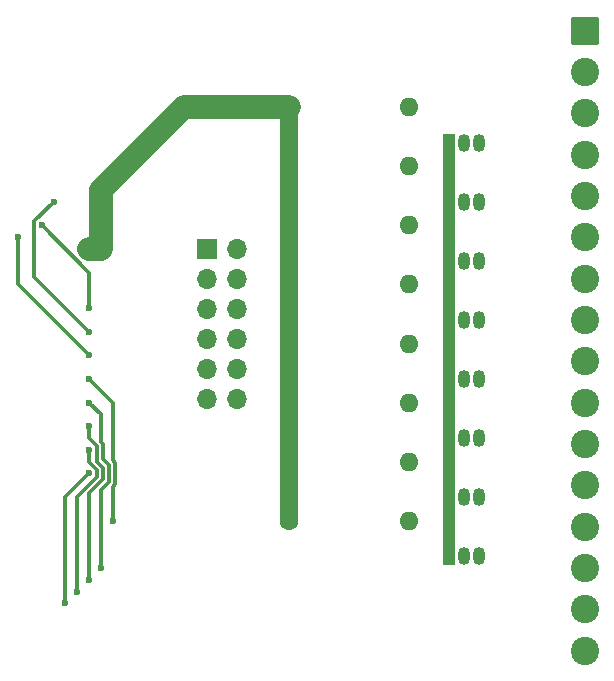
<source format=gbr>
%TF.GenerationSoftware,KiCad,Pcbnew,9.0.0*%
%TF.CreationDate,2025-03-23T16:41:57-07:00*%
%TF.ProjectId,Lights,4c696768-7473-42e6-9b69-6361645f7063,n/c*%
%TF.SameCoordinates,Original*%
%TF.FileFunction,Copper,L2,Bot*%
%TF.FilePolarity,Positive*%
%FSLAX46Y46*%
G04 Gerber Fmt 4.6, Leading zero omitted, Abs format (unit mm)*
G04 Created by KiCad (PCBNEW 9.0.0) date 2025-03-23 16:41:57*
%MOMM*%
%LPD*%
G01*
G04 APERTURE LIST*
G04 Aperture macros list*
%AMRoundRect*
0 Rectangle with rounded corners*
0 $1 Rounding radius*
0 $2 $3 $4 $5 $6 $7 $8 $9 X,Y pos of 4 corners*
0 Add a 4 corners polygon primitive as box body*
4,1,4,$2,$3,$4,$5,$6,$7,$8,$9,$2,$3,0*
0 Add four circle primitives for the rounded corners*
1,1,$1+$1,$2,$3*
1,1,$1+$1,$4,$5*
1,1,$1+$1,$6,$7*
1,1,$1+$1,$8,$9*
0 Add four rect primitives between the rounded corners*
20,1,$1+$1,$2,$3,$4,$5,0*
20,1,$1+$1,$4,$5,$6,$7,0*
20,1,$1+$1,$6,$7,$8,$9,0*
20,1,$1+$1,$8,$9,$2,$3,0*%
G04 Aperture macros list end*
%TA.AperFunction,ComponentPad*%
%ADD10C,1.600000*%
%TD*%
%TA.AperFunction,ComponentPad*%
%ADD11O,1.600000X1.600000*%
%TD*%
%TA.AperFunction,ComponentPad*%
%ADD12R,1.050000X1.500000*%
%TD*%
%TA.AperFunction,ComponentPad*%
%ADD13O,1.050000X1.500000*%
%TD*%
%TA.AperFunction,ComponentPad*%
%ADD14RoundRect,0.250001X-0.949999X0.949999X-0.949999X-0.949999X0.949999X-0.949999X0.949999X0.949999X0*%
%TD*%
%TA.AperFunction,ComponentPad*%
%ADD15C,2.400000*%
%TD*%
%TA.AperFunction,ComponentPad*%
%ADD16R,1.700000X1.700000*%
%TD*%
%TA.AperFunction,ComponentPad*%
%ADD17O,1.700000X1.700000*%
%TD*%
%TA.AperFunction,ViaPad*%
%ADD18C,0.600000*%
%TD*%
%TA.AperFunction,Conductor*%
%ADD19C,0.300000*%
%TD*%
%TA.AperFunction,Conductor*%
%ADD20C,1.500000*%
%TD*%
%TA.AperFunction,Conductor*%
%ADD21C,1.000000*%
%TD*%
%TA.AperFunction,Conductor*%
%ADD22C,2.000000*%
%TD*%
G04 APERTURE END LIST*
D10*
%TO.P,R24,1*%
%TO.N,+12V*%
X179920000Y-80000000D03*
D11*
%TO.P,R24,2*%
%TO.N,Net-(J2-Pin_15)*%
X190080000Y-80000000D03*
%TD*%
D10*
%TO.P,R23,1*%
%TO.N,+12V*%
X179920000Y-75000000D03*
D11*
%TO.P,R23,2*%
%TO.N,Net-(J2-Pin_13)*%
X190080000Y-75000000D03*
%TD*%
D10*
%TO.P,R22,1*%
%TO.N,+12V*%
X179920000Y-70000000D03*
D11*
%TO.P,R22,2*%
%TO.N,Net-(J2-Pin_11)*%
X190080000Y-70000000D03*
%TD*%
D10*
%TO.P,R21,1*%
%TO.N,+12V*%
X179920000Y-65000000D03*
D11*
%TO.P,R21,2*%
%TO.N,Net-(J2-Pin_9)*%
X190080000Y-65000000D03*
%TD*%
D10*
%TO.P,R20,1*%
%TO.N,+12V*%
X179920000Y-60000000D03*
D11*
%TO.P,R20,2*%
%TO.N,Net-(J2-Pin_7)*%
X190080000Y-60000000D03*
%TD*%
D10*
%TO.P,R19,1*%
%TO.N,+12V*%
X179920000Y-55000000D03*
D11*
%TO.P,R19,2*%
%TO.N,Net-(J2-Pin_5)*%
X190080000Y-55000000D03*
%TD*%
D10*
%TO.P,R18,1*%
%TO.N,+12V*%
X179920000Y-50000000D03*
D11*
%TO.P,R18,2*%
%TO.N,Net-(J2-Pin_3)*%
X190080000Y-50000000D03*
%TD*%
D10*
%TO.P,R17,1*%
%TO.N,+12V*%
X179920000Y-45000000D03*
D11*
%TO.P,R17,2*%
%TO.N,Net-(J2-Pin_1)*%
X190080000Y-45000000D03*
%TD*%
D12*
%TO.P,Q8,1,E*%
%TO.N,GND*%
X193460000Y-83000000D03*
D13*
%TO.P,Q8,2,B*%
%TO.N,Net-(Q8-B)*%
X194730000Y-83000000D03*
%TO.P,Q8,3,C*%
%TO.N,Net-(J2-Pin_16)*%
X196000000Y-83000000D03*
%TD*%
D12*
%TO.P,Q7,1,E*%
%TO.N,GND*%
X193460000Y-78000000D03*
D13*
%TO.P,Q7,2,B*%
%TO.N,Net-(Q7-B)*%
X194730000Y-78000000D03*
%TO.P,Q7,3,C*%
%TO.N,Net-(J2-Pin_14)*%
X196000000Y-78000000D03*
%TD*%
D12*
%TO.P,Q6,1,E*%
%TO.N,GND*%
X193460000Y-73000000D03*
D13*
%TO.P,Q6,2,B*%
%TO.N,Net-(Q6-B)*%
X194730000Y-73000000D03*
%TO.P,Q6,3,C*%
%TO.N,Net-(J2-Pin_12)*%
X196000000Y-73000000D03*
%TD*%
D12*
%TO.P,Q5,1,E*%
%TO.N,GND*%
X193460000Y-68000000D03*
D13*
%TO.P,Q5,2,B*%
%TO.N,Net-(Q5-B)*%
X194730000Y-68000000D03*
%TO.P,Q5,3,C*%
%TO.N,Net-(J2-Pin_10)*%
X196000000Y-68000000D03*
%TD*%
D12*
%TO.P,Q4,1,E*%
%TO.N,GND*%
X193460000Y-63000000D03*
D13*
%TO.P,Q4,2,B*%
%TO.N,Net-(Q4-B)*%
X194730000Y-63000000D03*
%TO.P,Q4,3,C*%
%TO.N,Net-(J2-Pin_8)*%
X196000000Y-63000000D03*
%TD*%
D12*
%TO.P,Q3,1,E*%
%TO.N,GND*%
X193460000Y-58000000D03*
D13*
%TO.P,Q3,2,B*%
%TO.N,Net-(Q3-B)*%
X194730000Y-58000000D03*
%TO.P,Q3,3,C*%
%TO.N,Net-(J2-Pin_6)*%
X196000000Y-58000000D03*
%TD*%
D12*
%TO.P,Q2,1,E*%
%TO.N,GND*%
X193460000Y-53000000D03*
D13*
%TO.P,Q2,2,B*%
%TO.N,Net-(Q2-B)*%
X194730000Y-53000000D03*
%TO.P,Q2,3,C*%
%TO.N,Net-(J2-Pin_4)*%
X196000000Y-53000000D03*
%TD*%
D12*
%TO.P,Q1,1,E*%
%TO.N,GND*%
X193460000Y-48000000D03*
D13*
%TO.P,Q1,2,B*%
%TO.N,Net-(Q1-B)*%
X194730000Y-48000000D03*
%TO.P,Q1,3,C*%
%TO.N,Net-(J2-Pin_2)*%
X196000000Y-48000000D03*
%TD*%
D14*
%TO.P,J2,1,Pin_1*%
%TO.N,Net-(J2-Pin_1)*%
X205000000Y-38500000D03*
D15*
%TO.P,J2,2,Pin_2*%
%TO.N,Net-(J2-Pin_2)*%
X205000000Y-42000000D03*
%TO.P,J2,3,Pin_3*%
%TO.N,Net-(J2-Pin_3)*%
X205000000Y-45500000D03*
%TO.P,J2,4,Pin_4*%
%TO.N,Net-(J2-Pin_4)*%
X205000000Y-49000000D03*
%TO.P,J2,5,Pin_5*%
%TO.N,Net-(J2-Pin_5)*%
X205000000Y-52500000D03*
%TO.P,J2,6,Pin_6*%
%TO.N,Net-(J2-Pin_6)*%
X205000000Y-56000000D03*
%TO.P,J2,7,Pin_7*%
%TO.N,Net-(J2-Pin_7)*%
X205000000Y-59500000D03*
%TO.P,J2,8,Pin_8*%
%TO.N,Net-(J2-Pin_8)*%
X205000000Y-63000000D03*
%TO.P,J2,9,Pin_9*%
%TO.N,Net-(J2-Pin_9)*%
X205000000Y-66500000D03*
%TO.P,J2,10,Pin_10*%
%TO.N,Net-(J2-Pin_10)*%
X205000000Y-70000000D03*
%TO.P,J2,11,Pin_11*%
%TO.N,Net-(J2-Pin_11)*%
X205000000Y-73500000D03*
%TO.P,J2,12,Pin_12*%
%TO.N,Net-(J2-Pin_12)*%
X205000000Y-77000000D03*
%TO.P,J2,13,Pin_13*%
%TO.N,Net-(J2-Pin_13)*%
X205000000Y-80500000D03*
%TO.P,J2,14,Pin_14*%
%TO.N,Net-(J2-Pin_14)*%
X205000000Y-84000000D03*
%TO.P,J2,15,Pin_15*%
%TO.N,Net-(J2-Pin_15)*%
X205000000Y-87500000D03*
%TO.P,J2,16,Pin_16*%
%TO.N,Net-(J2-Pin_16)*%
X205000000Y-91000000D03*
%TD*%
D16*
%TO.P,J1,1,Pin_1*%
%TO.N,Net-(D1-A)*%
X173000000Y-57000000D03*
D17*
%TO.P,J1,2,Pin_2*%
X175540000Y-57000000D03*
%TO.P,J1,3,Pin_3*%
%TO.N,GND*%
X173000000Y-59540000D03*
%TO.P,J1,4,Pin_4*%
X175540000Y-59540000D03*
%TO.P,J1,5,Pin_5*%
%TO.N,Net-(J1-Pin_5)*%
X173000000Y-62080000D03*
%TO.P,J1,6,Pin_6*%
%TO.N,Net-(J1-Pin_6)*%
X175540000Y-62080000D03*
%TO.P,J1,7,Pin_7*%
%TO.N,Net-(J1-Pin_7)*%
X173000000Y-64620000D03*
%TO.P,J1,8,Pin_8*%
%TO.N,Net-(J1-Pin_8)*%
X175540000Y-64620000D03*
%TO.P,J1,9,Pin_9*%
%TO.N,Net-(J1-Pin_9)*%
X173000000Y-67160000D03*
%TO.P,J1,10,Pin_10*%
%TO.N,Net-(J1-Pin_10)*%
X175540000Y-67160000D03*
%TO.P,J1,11,Pin_11*%
%TO.N,Net-(J1-Pin_11)*%
X173000000Y-69700000D03*
%TO.P,J1,12,Pin_12*%
%TO.N,Net-(J1-Pin_12)*%
X175540000Y-69700000D03*
%TD*%
D18*
%TO.N,Net-(Q8-B)*%
X163000000Y-76000000D03*
X161000000Y-87000000D03*
%TO.N,Net-(Q7-B)*%
X163000000Y-74000000D03*
X162000000Y-86000000D03*
%TO.N,Net-(Q6-B)*%
X163000000Y-85000000D03*
X163000000Y-72000000D03*
%TO.N,Net-(Q5-B)*%
X164000000Y-84000000D03*
X163000000Y-70000000D03*
%TO.N,Net-(Q4-B)*%
X165000000Y-80000000D03*
X163000000Y-68000000D03*
%TO.N,Net-(Q3-B)*%
X163000000Y-66000000D03*
X157000000Y-56000000D03*
%TO.N,Net-(Q2-B)*%
X160000000Y-53000000D03*
X163000000Y-64000000D03*
%TO.N,Net-(Q1-B)*%
X159000000Y-55000000D03*
X163000000Y-62000000D03*
%TD*%
D19*
%TO.N,Net-(Q7-B)*%
X163000000Y-74000000D02*
X163000000Y-75000000D01*
X163000000Y-75000000D02*
X162994975Y-75005025D01*
D20*
%TO.N,+12V*%
X179920000Y-75000000D02*
X179920000Y-80000000D01*
X179920000Y-70000000D02*
X179920000Y-75000000D01*
X179920000Y-65000000D02*
X179920000Y-70000000D01*
X179920000Y-60000000D02*
X179920000Y-65000000D01*
X179920000Y-55000000D02*
X179920000Y-60000000D01*
X179920000Y-50000000D02*
X179920000Y-55000000D01*
X179920000Y-45000000D02*
X179920000Y-50000000D01*
D19*
%TO.N,Net-(Q4-B)*%
X165000000Y-74888731D02*
X165000000Y-70000000D01*
X165200000Y-76911268D02*
X165200000Y-75088732D01*
X165200000Y-75088732D02*
X165000000Y-74888731D01*
X165000000Y-80000000D02*
X165000000Y-77111268D01*
%TO.N,Net-(Q5-B)*%
X164000000Y-73302943D02*
X164000000Y-71000000D01*
%TO.N,Net-(Q6-B)*%
X163700000Y-75002944D02*
X163700000Y-73710050D01*
X164200000Y-75502944D02*
X163700000Y-75002944D01*
%TO.N,Net-(Q5-B)*%
X164000000Y-77404162D02*
X164700000Y-76704162D01*
X164200000Y-74795838D02*
X164200000Y-73502944D01*
X164200000Y-73502944D02*
X164000000Y-73302943D01*
X164700000Y-75295838D02*
X164200000Y-74795838D01*
%TO.N,Net-(Q4-B)*%
X165000000Y-77111268D02*
X165200000Y-76911268D01*
%TO.N,Net-(Q6-B)*%
X163000000Y-73010050D02*
X163000000Y-72000000D01*
%TO.N,Net-(Q5-B)*%
X164000000Y-71000000D02*
X163000000Y-70000000D01*
%TO.N,Net-(Q6-B)*%
X163000000Y-77697056D02*
X164200000Y-76497056D01*
X163000000Y-85000000D02*
X163000000Y-77697056D01*
%TO.N,Net-(Q5-B)*%
X164700000Y-76704162D02*
X164700000Y-75295838D01*
%TO.N,Net-(Q7-B)*%
X163700000Y-75710050D02*
X162994975Y-75005025D01*
%TO.N,Net-(Q4-B)*%
X165000000Y-70000000D02*
X163000000Y-68000000D01*
%TO.N,Net-(Q7-B)*%
X162000000Y-86000000D02*
X162000000Y-77989950D01*
X163700000Y-76289950D02*
X163700000Y-75710050D01*
%TO.N,Net-(Q6-B)*%
X164200000Y-76497056D02*
X164200000Y-75502944D01*
X163700000Y-73710050D02*
X163000000Y-73010050D01*
%TO.N,Net-(Q5-B)*%
X164000000Y-84000000D02*
X164000000Y-77404162D01*
%TO.N,Net-(Q7-B)*%
X162000000Y-77989950D02*
X163700000Y-76289950D01*
%TO.N,Net-(Q8-B)*%
X161000000Y-87000000D02*
X161000000Y-78000000D01*
X161000000Y-78000000D02*
X163000000Y-76000000D01*
%TO.N,Net-(Q3-B)*%
X157000000Y-56000000D02*
X157000000Y-60000000D01*
X157000000Y-60000000D02*
X163000000Y-66000000D01*
%TO.N,Net-(Q2-B)*%
X158349000Y-54651000D02*
X158349000Y-59349000D01*
X160000000Y-53000000D02*
X158349000Y-54651000D01*
X158349000Y-59349000D02*
X163000000Y-64000000D01*
%TO.N,Net-(Q1-B)*%
X163000000Y-59000000D02*
X163000000Y-62000000D01*
X159000000Y-55000000D02*
X163000000Y-59000000D01*
D21*
%TO.N,GND*%
X193460000Y-53000000D02*
X193460000Y-48000000D01*
X193460000Y-58000000D02*
X193460000Y-53000000D01*
X193460000Y-63000000D02*
X193460000Y-58000000D01*
X193460000Y-68000000D02*
X193460000Y-63000000D01*
X193460000Y-73000000D02*
X193460000Y-68000000D01*
X193460000Y-78000000D02*
X193460000Y-73000000D01*
X193460000Y-83000000D02*
X193460000Y-78000000D01*
D22*
%TO.N,+12V*%
X179920000Y-45000000D02*
X171000000Y-45000000D01*
X171000000Y-45000000D02*
X164000000Y-52000000D01*
X164000000Y-52000000D02*
X164000000Y-57000000D01*
X163000000Y-57000000D02*
X164000000Y-57000000D01*
%TD*%
M02*

</source>
